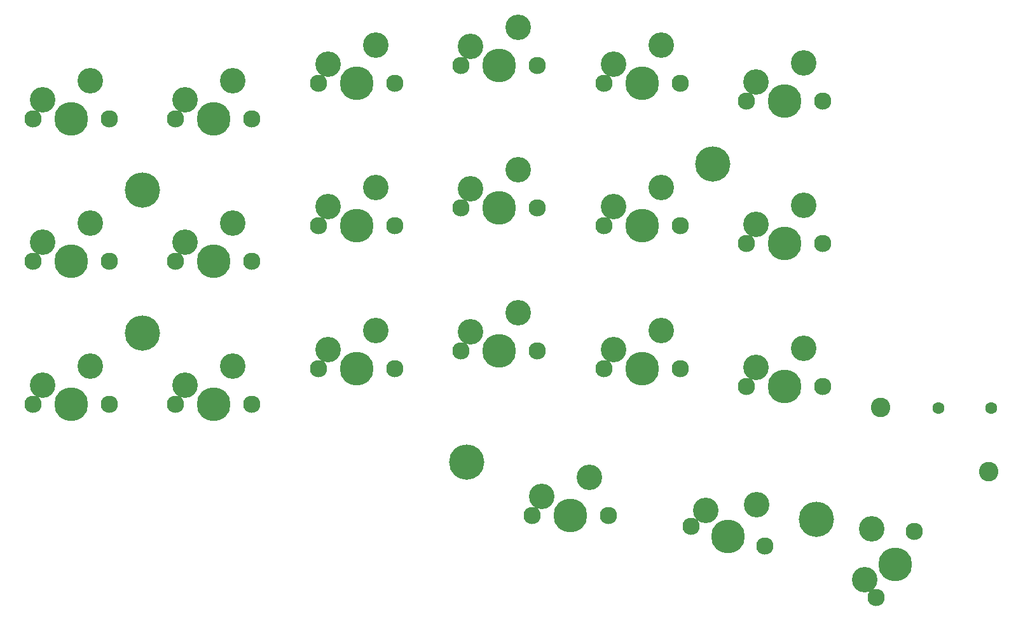
<source format=gts>
G04 #@! TF.GenerationSoftware,KiCad,Pcbnew,(5.1.10)-1*
G04 #@! TF.CreationDate,2021-11-26T09:54:24+07:00*
G04 #@! TF.ProjectId,corne-cherry,636f726e-652d-4636-9865-7272792e6b69,3.0.1*
G04 #@! TF.SameCoordinates,Original*
G04 #@! TF.FileFunction,Soldermask,Top*
G04 #@! TF.FilePolarity,Negative*
%FSLAX46Y46*%
G04 Gerber Fmt 4.6, Leading zero omitted, Abs format (unit mm)*
G04 Created by KiCad (PCBNEW (5.1.10)-1) date 2021-11-26 09:54:24*
%MOMM*%
%LPD*%
G01*
G04 APERTURE LIST*
%ADD10C,2.600000*%
%ADD11C,4.700000*%
%ADD12C,3.400000*%
%ADD13C,2.300000*%
%ADD14C,4.500000*%
%ADD15C,1.600000*%
G04 APERTURE END LIST*
D10*
X160716500Y-77949000D03*
X146284500Y-69428000D03*
D11*
X137745500Y-84309000D03*
X91179500Y-76694500D03*
X123990500Y-36939500D03*
X48022500Y-59454000D03*
X48022500Y-40454000D03*
D12*
X145143091Y-85589295D03*
X144167795Y-92358557D03*
D13*
X145732500Y-94728409D03*
X150812500Y-85929591D03*
D14*
X148272500Y-90329000D03*
D15*
X154049500Y-69466000D03*
X161049500Y-69466000D03*
D12*
X136062500Y-42499000D03*
X129712500Y-45039000D03*
D13*
X128442500Y-47579000D03*
X138602500Y-47579000D03*
D14*
X133522500Y-47579000D03*
D12*
X117062500Y-21124000D03*
X110712500Y-23664000D03*
D13*
X109442500Y-26204000D03*
X119602500Y-26204000D03*
D14*
X114522500Y-26204000D03*
D12*
X79062500Y-59124000D03*
X72712500Y-61664000D03*
D13*
X71442500Y-64204000D03*
X81602500Y-64204000D03*
D14*
X76522500Y-64204000D03*
D12*
X60062500Y-44874000D03*
X53712500Y-47414000D03*
D13*
X52442500Y-49954000D03*
X62602500Y-49954000D03*
D14*
X57522500Y-49954000D03*
D12*
X136062500Y-61499000D03*
X129712500Y-64039000D03*
D13*
X128442500Y-66579000D03*
X138602500Y-66579000D03*
D14*
X133522500Y-66579000D03*
D12*
X107562500Y-78749000D03*
X101212500Y-81289000D03*
D13*
X99942500Y-83829000D03*
X110102500Y-83829000D03*
D14*
X105022500Y-83829000D03*
D12*
X129790752Y-82329497D03*
X122999723Y-83139448D03*
D13*
X121115597Y-85264199D03*
X130929403Y-87893801D03*
D14*
X126022500Y-86579000D03*
D12*
X79062500Y-21124000D03*
X72712500Y-23664000D03*
D13*
X71442500Y-26204000D03*
X81602500Y-26204000D03*
D14*
X76522500Y-26204000D03*
D12*
X41062500Y-44874000D03*
X34712500Y-47414000D03*
D13*
X33442500Y-49954000D03*
X43602500Y-49954000D03*
D14*
X38522500Y-49954000D03*
D12*
X98062500Y-18749000D03*
X91712500Y-21289000D03*
D13*
X90442500Y-23829000D03*
X100602500Y-23829000D03*
D14*
X95522500Y-23829000D03*
D12*
X98062500Y-56749000D03*
X91712500Y-59289000D03*
D13*
X90442500Y-61829000D03*
X100602500Y-61829000D03*
D14*
X95522500Y-61829000D03*
D12*
X117062500Y-59124000D03*
X110712500Y-61664000D03*
D13*
X109442500Y-64204000D03*
X119602500Y-64204000D03*
D14*
X114522500Y-64204000D03*
D12*
X79062500Y-40124000D03*
X72712500Y-42664000D03*
D13*
X71442500Y-45204000D03*
X81602500Y-45204000D03*
D14*
X76522500Y-45204000D03*
D12*
X98062500Y-37749000D03*
X91712500Y-40289000D03*
D13*
X90442500Y-42829000D03*
X100602500Y-42829000D03*
D14*
X95522500Y-42829000D03*
D12*
X41062500Y-25874000D03*
X34712500Y-28414000D03*
D13*
X33442500Y-30954000D03*
X43602500Y-30954000D03*
D14*
X38522500Y-30954000D03*
D12*
X117062500Y-40124000D03*
X110712500Y-42664000D03*
D13*
X109442500Y-45204000D03*
X119602500Y-45204000D03*
D14*
X114522500Y-45204000D03*
D12*
X60062500Y-25874000D03*
X53712500Y-28414000D03*
D13*
X52442500Y-30954000D03*
X62602500Y-30954000D03*
D14*
X57522500Y-30954000D03*
D12*
X41062500Y-63874000D03*
X34712500Y-66414000D03*
D13*
X33442500Y-68954000D03*
X43602500Y-68954000D03*
D14*
X38522500Y-68954000D03*
D12*
X136062500Y-23499000D03*
X129712500Y-26039000D03*
D13*
X128442500Y-28579000D03*
X138602500Y-28579000D03*
D14*
X133522500Y-28579000D03*
D12*
X60062500Y-63874000D03*
X53712500Y-66414000D03*
D13*
X52442500Y-68954000D03*
X62602500Y-68954000D03*
D14*
X57522500Y-68954000D03*
M02*

</source>
